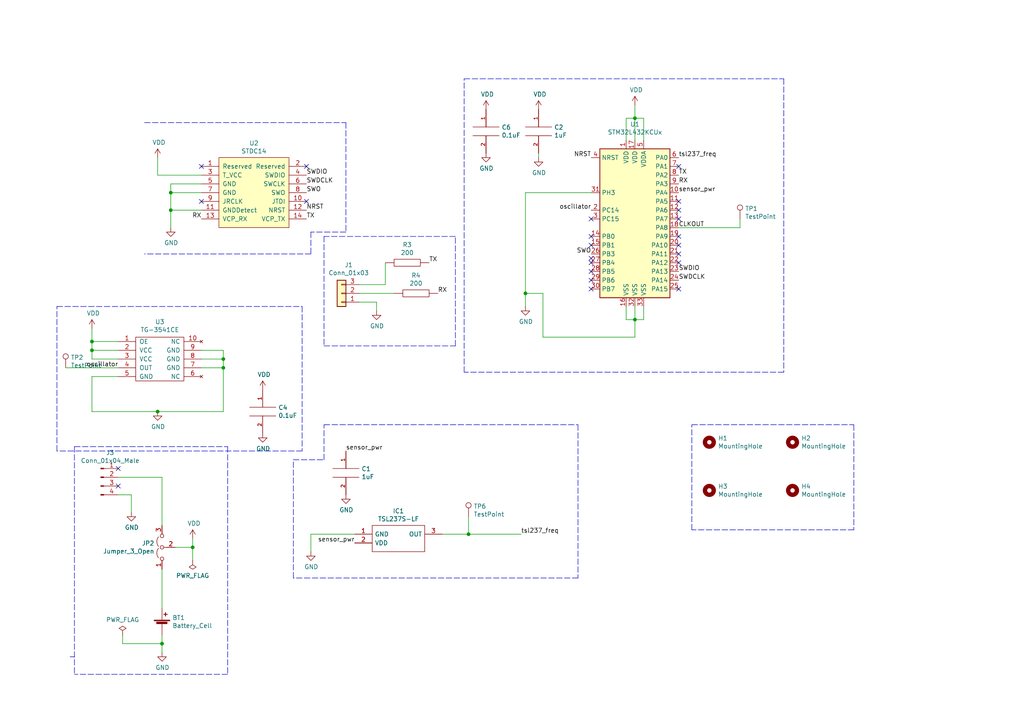
<source format=kicad_sch>
(kicad_sch (version 20211123) (generator eeschema)
  (paper "A4")
  (lib_symbols
    (symbol "Connector:Conn_01x04_Male" (pin_names (offset 1.016) hide)
      (property "Reference" "J" (at 0 5.08 0))
      (property "Value" "Conn_01x04_Male" (at 0 -7.62 0))
      (symbol "Conn_01x04_Male_1_1"
        (polyline (pts (xy 1.27 -5.08) (xy 0.8636 -5.08)) (stroke (width 0.1524)))
        (polyline (pts (xy 1.27 -2.54) (xy 0.8636 -2.54)) (stroke (width 0.1524)))
        (polyline (pts (xy 1.27 0) (xy 0.8636 0)) (stroke (width 0.1524)))
        (polyline (pts (xy 1.27 2.54) (xy 0.8636 2.54)) (stroke (width 0.1524)))
        (rectangle (start 0.8636 -4.953) (end 0 -5.207) (stroke (width 0.1524)) (fill (type outline)))
        (rectangle (start 0.8636 -2.413) (end 0 -2.667) (stroke (width 0.1524)) (fill (type outline)))
        (rectangle (start 0.8636 0.127) (end 0 -0.127) (stroke (width 0.1524)) (fill (type outline)))
        (rectangle (start 0.8636 2.667) (end 0 2.413) (stroke (width 0.1524)) (fill (type outline)))
        (pin passive line (at 5.08 2.54 180) (length 3.81) (name "Pin_1") (number "1"))
        (pin passive line (at 5.08 0 180) (length 3.81) (name "Pin_2") (number "2"))
        (pin passive line (at 5.08 -2.54 180) (length 3.81) (name "Pin_3") (number "3"))
        (pin passive line (at 5.08 -5.08 180) (length 3.81) (name "Pin_4") (number "4"))
      )
    )
    (symbol "Connector:TestPoint" (pin_numbers hide) (pin_names (offset 0.762) hide)
      (property "Reference" "TP" (at 0 6.858 0))
      (property "Value" "TestPoint" (at 0 5.08 0))
      (symbol "TestPoint_0_1"
        (circle (center 0 3.302) (radius 0.762))
      )
      (symbol "TestPoint_1_1"
        (pin passive line (at 0 0 90) (length 2.54) (name "1") (number "1"))
      )
    )
    (symbol "Connector_Generic:Conn_01x03" (pin_names (offset 1.016) hide)
      (property "Reference" "J" (at 0 5.08 0))
      (property "Value" "Conn_01x03" (at 0 -5.08 0))
      (symbol "Conn_01x03_1_1"
        (rectangle (start -1.27 -2.413) (end 0 -2.667) (stroke (width 0.1524)))
        (rectangle (start -1.27 0.127) (end 0 -0.127) (stroke (width 0.1524)))
        (rectangle (start -1.27 2.667) (end 0 2.413) (stroke (width 0.1524)))
        (rectangle (start -1.27 3.81) (end 1.27 -3.81) (stroke (width 0.254)) (fill (type background)))
        (pin passive line (at -5.08 2.54 0) (length 3.81) (name "Pin_1") (number "1"))
        (pin passive line (at -5.08 0 0) (length 3.81) (name "Pin_2") (number "2"))
        (pin passive line (at -5.08 -2.54 0) (length 3.81) (name "Pin_3") (number "3"))
      )
    )
    (symbol "Device:Battery_Cell" (pin_numbers hide) (pin_names (offset 0) hide)
      (property "Reference" "BT" (at 2.54 2.54 0))
      (property "Value" "Battery_Cell" (at 2.54 0 0))
      (symbol "Battery_Cell_0_1"
        (rectangle (start -2.286 1.778) (end 2.286 1.524) (fill (type outline)))
        (rectangle (start -1.5748 1.1938) (end 1.4732 0.6858) (fill (type outline)))
        (polyline (pts (xy 0 0.762) (xy 0 0)))
        (polyline (pts (xy 0 1.778) (xy 0 2.54)))
        (polyline (pts (xy 0.508 3.429) (xy 1.524 3.429)) (stroke (width 0.254)))
        (polyline (pts (xy 1.016 3.937) (xy 1.016 2.921)) (stroke (width 0.254)))
      )
      (symbol "Battery_Cell_1_1"
        (pin passive line (at 0 5.08 270) (length 2.54) (name "+") (number "1"))
        (pin passive line (at 0 -2.54 90) (length 2.54) (name "-") (number "2"))
      )
    )
    (symbol "Light_Sensor_schematic-rescue:Jumper_3_Open-Jumper" (pin_names (offset 0) hide)
      (property "Reference" "JP" (at -2.54 -2.54 0))
      (property "Value" "Jumper_3_Open-Jumper" (at 0 2.794 0))
      (symbol "Jumper_3_Open-Jumper_0_0"
        (circle (center -3.302 0) (radius 0.508))
        (circle (center 0 0) (radius 0.508))
        (circle (center 3.302 0) (radius 0.508))
      )
      (symbol "Jumper_3_Open-Jumper_0_1"
        (arc (start -0.254 1.016) (mid -1.651 1.4992) (end -3.048 1.016))
        (polyline (pts (xy 0 -0.508) (xy 0 -1.27)))
        (arc (start 3.048 1.016) (mid 1.651 1.4992) (end 0.254 1.016))
      )
      (symbol "Jumper_3_Open-Jumper_1_1"
        (pin passive line (at -6.35 0 0) (length 2.54) (name "A") (number "1"))
        (pin input line (at 0 -3.81 90) (length 2.54) (name "C") (number "2"))
        (pin passive line (at 6.35 0 180) (length 2.54) (name "B") (number "3"))
      )
    )
    (symbol "MCU_ST_STM32L4:STM32L432KCUx"
      (property "Reference" "U" (at -10.16 21.59 0))
      (property "Value" "STM32L432KCUx" (at 5.08 21.59 0))
      (symbol "STM32L432KCUx_0_1"
        (rectangle (start -10.16 -22.86) (end 10.16 20.32) (stroke (width 0.254)) (fill (type background)))
      )
      (symbol "STM32L432KCUx_1_1"
        (pin power_in line (at -2.54 22.86 270) (length 2.54) (name "VDD") (number "1"))
        (pin bidirectional line (at 12.7 7.62 180) (length 2.54) (name "PA4") (number "10"))
        (pin bidirectional line (at 12.7 5.08 180) (length 2.54) (name "PA5") (number "11"))
        (pin bidirectional line (at 12.7 2.54 180) (length 2.54) (name "PA6") (number "12"))
        (pin bidirectional line (at 12.7 0 180) (length 2.54) (name "PA7") (number "13"))
        (pin bidirectional line (at -12.7 -5.08 0) (length 2.54) (name "PB0") (number "14"))
        (pin bidirectional line (at -12.7 -7.62 0) (length 2.54) (name "PB1") (number "15"))
        (pin power_in line (at -2.54 -25.4 90) (length 2.54) (name "VSS") (number "16"))
        (pin power_in line (at 0 22.86 270) (length 2.54) (name "VDD") (number "17"))
        (pin bidirectional line (at 12.7 -2.54 180) (length 2.54) (name "PA8") (number "18"))
        (pin bidirectional line (at 12.7 -5.08 180) (length 2.54) (name "PA9") (number "19"))
        (pin bidirectional line (at -12.7 2.54 0) (length 2.54) (name "PC14") (number "2"))
        (pin bidirectional line (at 12.7 -7.62 180) (length 2.54) (name "PA10") (number "20"))
        (pin bidirectional line (at 12.7 -10.16 180) (length 2.54) (name "PA11") (number "21"))
        (pin bidirectional line (at 12.7 -12.7 180) (length 2.54) (name "PA12") (number "22"))
        (pin bidirectional line (at 12.7 -15.24 180) (length 2.54) (name "PA13") (number "23"))
        (pin bidirectional line (at 12.7 -17.78 180) (length 2.54) (name "PA14") (number "24"))
        (pin bidirectional line (at 12.7 -20.32 180) (length 2.54) (name "PA15") (number "25"))
        (pin bidirectional line (at -12.7 -10.16 0) (length 2.54) (name "PB3") (number "26"))
        (pin bidirectional line (at -12.7 -12.7 0) (length 2.54) (name "PB4") (number "27"))
        (pin bidirectional line (at -12.7 -15.24 0) (length 2.54) (name "PB5") (number "28"))
        (pin bidirectional line (at -12.7 -17.78 0) (length 2.54) (name "PB6") (number "29"))
        (pin bidirectional line (at -12.7 0 0) (length 2.54) (name "PC15") (number "3"))
        (pin bidirectional line (at -12.7 -20.32 0) (length 2.54) (name "PB7") (number "30"))
        (pin bidirectional line (at -12.7 7.62 0) (length 2.54) (name "PH3") (number "31"))
        (pin power_in line (at 0 -25.4 90) (length 2.54) (name "VSS") (number "32"))
        (pin power_in line (at 2.54 -25.4 90) (length 2.54) (name "VSS") (number "33"))
        (pin input line (at -12.7 17.78 0) (length 2.54) (name "NRST") (number "4"))
        (pin power_in line (at 2.54 22.86 270) (length 2.54) (name "VDDA") (number "5"))
        (pin bidirectional line (at 12.7 17.78 180) (length 2.54) (name "PA0") (number "6"))
        (pin bidirectional line (at 12.7 15.24 180) (length 2.54) (name "PA1") (number "7"))
        (pin bidirectional line (at 12.7 12.7 180) (length 2.54) (name "PA2") (number "8"))
        (pin bidirectional line (at 12.7 10.16 180) (length 2.54) (name "PA3") (number "9"))
      )
    )
    (symbol "Mechanical:MountingHole" (pin_names (offset 1.016))
      (property "Reference" "H" (at 0 5.08 0))
      (property "Value" "MountingHole" (at 0 3.175 0))
      (symbol "MountingHole_0_1"
        (circle (center 0 0) (radius 1.27) (stroke (width 1.27)))
      )
    )
    (symbol "e314_lib:STDC14" (pin_names (offset 1.016))
      (property "Reference" "U" (at -1.27 5.08 0))
      (property "Value" "e314_lib_STDC14" (at 0 2.54 0))
      (symbol "STDC14_0_0"
        (pin bidirectional line (at -15.24 -1.27 0) (length 5.08) (name "Reserved") (number "1"))
        (pin bidirectional line (at 15.24 -11.43 180) (length 5.08) (name "JTDI") (number "10"))
        (pin power_in line (at -15.24 -13.97 0) (length 5.08) (name "GNDDetect") (number "11"))
        (pin bidirectional line (at 15.24 -13.97 180) (length 5.08) (name "NRST") (number "12"))
        (pin bidirectional line (at -15.24 -16.51 0) (length 5.08) (name "VCP_RX") (number "13"))
        (pin bidirectional line (at 15.24 -16.51 180) (length 5.08) (name "VCP_TX") (number "14"))
        (pin bidirectional line (at 15.24 -1.27 180) (length 5.08) (name "Reserved") (number "2"))
        (pin bidirectional line (at -15.24 -3.81 0) (length 5.08) (name "T_VCC") (number "3"))
        (pin bidirectional line (at 15.24 -3.81 180) (length 5.08) (name "SWDIO") (number "4"))
        (pin power_out line (at -15.24 -6.35 0) (length 5.08) (name "GND") (number "5"))
        (pin bidirectional line (at 15.24 -6.35 180) (length 5.08) (name "SWCLK") (number "6"))
        (pin power_out line (at -15.24 -8.89 0) (length 5.08) (name "GND") (number "7"))
        (pin bidirectional line (at 15.24 -8.89 180) (length 5.08) (name "SWO") (number "8"))
        (pin bidirectional line (at -15.24 -11.43 0) (length 5.08) (name "JRCLK") (number "9"))
      )
      (symbol "STDC14_0_1"
        (rectangle (start -10.16 1.27) (end 10.16 -19.05) (fill (type background)))
      )
    )
    (symbol "e314_lib:TG-3541CE" (pin_names (offset 1.016))
      (property "Reference" "U" (at -7.62 10.16 0))
      (property "Value" "e314_lib_TG-3541CE" (at -2.54 7.62 0))
      (symbol "TG-3541CE_0_1"
        (rectangle (start -7.62 6.35) (end 6.35 -6.35))
      )
      (symbol "TG-3541CE_1_1"
        (pin input line (at -12.7 5.08 0) (length 5.08) (name "OE") (number "1"))
        (pin no_connect line (at 11.43 5.08 180) (length 5.08) (name "NC") (number "10"))
        (pin power_in line (at -12.7 2.54 0) (length 5.08) (name "VCC") (number "2"))
        (pin power_in line (at -12.7 0 0) (length 5.08) (name "VCC") (number "3"))
        (pin output line (at -12.7 -2.54 0) (length 5.08) (name "OUT") (number "4"))
        (pin power_in line (at -12.7 -5.08 0) (length 5.08) (name "GND") (number "5"))
        (pin no_connect line (at 11.43 -5.08 180) (length 5.08) (name "NC") (number "6"))
        (pin power_in line (at 11.43 -2.54 180) (length 5.08) (name "GND") (number "7"))
        (pin power_in line (at 11.43 0 180) (length 5.08) (name "GND") (number "8"))
        (pin power_in line (at 11.43 2.54 180) (length 5.08) (name "GND") (number "9"))
      )
    )
    (symbol "e314_lib:TSL237S-LF" (pin_names (offset 0.762))
      (property "Reference" "IC" (at 21.59 7.62 0))
      (property "Value" "e314_lib_TSL237S-LF" (at 21.59 5.08 0))
      (symbol "TSL237S-LF_0_0"
        (pin power_in line (at 0 0 0) (length 5.08) (name "GND") (number "1"))
        (pin power_in line (at 0 -2.54 0) (length 5.08) (name "VDD") (number "2"))
        (pin bidirectional line (at 25.4 0 180) (length 5.08) (name "OUT") (number "3"))
      )
      (symbol "TSL237S-LF_0_1"
        (polyline (pts (xy 5.08 2.54) (xy 20.32 2.54) (xy 20.32 -5.08) (xy 5.08 -5.08) (xy 5.08 2.54)) (stroke (width 0.1524)))
      )
    )
    (symbol "power:GND" (power) (pin_names (offset 0))
      (property "Value" "GND" (at 0 -3.81 0))
      (symbol "GND_0_1"
        (polyline (pts (xy 0 0) (xy 0 -1.27) (xy 1.27 -1.27) (xy 0 -2.54) (xy -1.27 -1.27) (xy 0 -1.27)))
      )
      (symbol "GND_1_1"
        (pin power_in line (at 0 0 270) (length 0) hide (name "GND") (number "1"))
      )
    )
    (symbol "power:PWR_FLAG" (power) (pin_numbers hide) (pin_names (offset 0) hide)
      (property "Value" "PWR_FLAG" (at 0 3.81 0))
      (symbol "PWR_FLAG_0_0"
        (pin power_out line (at 0 0 90) (length 0) (name "pwr") (number "1"))
      )
      (symbol "PWR_FLAG_0_1"
        (polyline (pts (xy 0 0) (xy 0 1.27) (xy -1.016 1.905) (xy 0 2.54) (xy 1.016 1.905) (xy 0 1.27)))
      )
    )
    (symbol "power:VDD" (power) (pin_names (offset 0))
      (property "Value" "VDD" (at 0 3.81 0))
      (symbol "VDD_0_1"
        (polyline (pts (xy -0.762 1.27) (xy 0 2.54)))
        (polyline (pts (xy 0 0) (xy 0 2.54)))
        (polyline (pts (xy 0 2.54) (xy 0.762 1.27)))
      )
      (symbol "VDD_1_1"
        (pin power_in line (at 0 0 90) (length 0) hide (name "VDD") (number "1"))
      )
    )
    (symbol "pspice:CAP" (pin_names (offset 0.254))
      (property "Reference" "C" (at 2.54 3.81 90))
      (property "Value" "CAP" (at 2.54 -3.81 90))
      (symbol "CAP_0_1"
        (polyline (pts (xy -3.81 -1.27) (xy 3.81 -1.27)))
        (polyline (pts (xy -3.81 1.27) (xy 3.81 1.27)))
      )
      (symbol "CAP_1_1"
        (pin passive line (at 0 6.35 270) (length 5.08) (name "~") (number "1"))
        (pin passive line (at 0 -6.35 90) (length 5.08) (name "~") (number "2"))
      )
    )
    (symbol "pspice:R" (pin_numbers hide) (pin_names (offset 0))
      (property "Reference" "R" (at 2.032 0 90))
      (property "Value" "R" (at 0 0 90))
      (symbol "R_0_1"
        (rectangle (start -1.016 3.81) (end 1.016 -3.81))
      )
      (symbol "R_1_1"
        (pin passive line (at 0 6.35 270) (length 2.54) (name "~") (number "1"))
        (pin passive line (at 0 -6.35 90) (length 2.54) (name "~") (number "2"))
      )
    )
  )
  (junction (at 152.4 85.09))
  (junction (at 26.67 101.6))
  (junction (at 64.77 106.68))
  (junction (at 46.99 186.69))
  (junction (at 55.88 158.75))
  (junction (at 64.77 104.14))
  (junction (at 184.15 92.71))
  (junction (at 49.53 55.88))
  (junction (at 45.72 119.38))
  (junction (at 26.67 99.06))
  (junction (at 49.53 60.96))
  (junction (at 184.15 34.29))
  (junction (at 135.89 154.94))
  (no_connect (at 196.85 83.82))
  (no_connect (at 171.45 81.28))
  (no_connect (at 88.9 48.26))
  (no_connect (at 196.85 58.42))
  (no_connect (at 171.45 78.74))
  (no_connect (at 196.85 63.5))
  (no_connect (at 171.45 63.5))
  (no_connect (at 196.85 71.12))
  (no_connect (at 88.9 58.42))
  (no_connect (at 196.85 76.2))
  (no_connect (at 34.29 135.89))
  (no_connect (at 171.45 71.12))
  (no_connect (at 171.45 76.2))
  (no_connect (at 58.42 48.26))
  (no_connect (at 196.85 68.58))
  (no_connect (at 171.45 68.58))
  (no_connect (at 58.42 58.42))
  (no_connect (at 34.29 140.97))
  (no_connect (at 196.85 73.66))
  (no_connect (at 196.85 60.96))
  (no_connect (at 196.85 48.26))
  (no_connect (at 171.45 83.82))
  (no_connect (at 171.45 74.93))
  (wire (pts (xy 181.61 34.29) (xy 181.61 40.64)))
  (wire (pts (xy 196.85 66.04) (xy 214.63 66.04)))
  (polyline (pts (xy 100.33 67.31) (xy 90.17 67.31)))
  (wire (pts (xy 55.88 158.75) (xy 55.88 156.21)))
  (polyline (pts (xy 227.33 22.86) (xy 227.33 107.95)))
  (wire (pts (xy 49.53 60.96) (xy 49.53 66.04)))
  (polyline (pts (xy 100.33 35.56) (xy 100.33 67.31)))
  (wire (pts (xy 46.99 186.69) (xy 46.99 189.23)))
  (wire (pts (xy 55.88 158.75) (xy 55.88 162.56)))
  (polyline (pts (xy 93.98 123.19) (xy 167.64 123.19)))
  (polyline (pts (xy 132.08 100.33) (xy 132.08 68.58)))
  (wire (pts (xy 102.87 154.94) (xy 90.17 154.94)))
  (wire (pts (xy 186.69 34.29) (xy 184.15 34.29)))
  (wire (pts (xy 64.77 101.6) (xy 58.42 101.6)))
  (polyline (pts (xy 93.98 68.58) (xy 93.98 100.33)))
  (wire (pts (xy 58.42 53.34) (xy 49.53 53.34)))
  (polyline (pts (xy 90.17 73.66) (xy 41.91 73.66)))
  (wire (pts (xy 34.29 143.51) (xy 38.1 143.51)))
  (wire (pts (xy 49.53 53.34) (xy 49.53 55.88)))
  (wire (pts (xy 184.15 34.29) (xy 181.61 34.29)))
  (polyline (pts (xy 87.63 130.81) (xy 16.51 130.81)))
  (wire (pts (xy 34.29 101.6) (xy 26.67 101.6)))
  (wire (pts (xy 26.67 104.14) (xy 34.29 104.14)))
  (wire (pts (xy 135.89 154.94) (xy 151.13 154.94)))
  (polyline (pts (xy 247.65 153.67) (xy 200.66 153.67)))
  (polyline (pts (xy 134.62 107.95) (xy 134.62 22.86)))
  (wire (pts (xy 50.8 158.75) (xy 55.88 158.75)))
  (polyline (pts (xy 85.09 167.64) (xy 85.09 133.35)))
  (polyline (pts (xy 132.08 68.58) (xy 93.98 68.58)))
  (wire (pts (xy 26.67 95.25) (xy 26.67 99.06)))
  (polyline (pts (xy 134.62 22.86) (xy 227.33 22.86)))
  (wire (pts (xy 26.67 119.38) (xy 45.72 119.38)))
  (wire (pts (xy 49.53 55.88) (xy 49.53 60.96)))
  (wire (pts (xy 35.56 186.69) (xy 46.99 186.69)))
  (polyline (pts (xy 90.17 67.31) (xy 90.17 73.66)))
  (wire (pts (xy 64.77 104.14) (xy 64.77 101.6)))
  (wire (pts (xy 181.61 92.71) (xy 184.15 92.71)))
  (polyline (pts (xy 41.91 35.56) (xy 100.33 35.56)))
  (polyline (pts (xy 93.98 133.35) (xy 93.98 123.19)))
  (polyline (pts (xy 87.63 88.9) (xy 87.63 130.81)))
  (wire (pts (xy 214.63 66.04) (xy 214.63 63.5)))
  (wire (pts (xy 128.27 154.94) (xy 135.89 154.94)))
  (wire (pts (xy 104.14 82.55) (xy 111.76 82.55)))
  (wire (pts (xy 184.15 92.71) (xy 184.15 97.79)))
  (wire (pts (xy 58.42 60.96) (xy 49.53 60.96)))
  (wire (pts (xy 152.4 55.88) (xy 152.4 85.09)))
  (wire (pts (xy 46.99 138.43) (xy 46.99 152.4)))
  (wire (pts (xy 46.99 165.1) (xy 46.99 176.53)))
  (polyline (pts (xy 200.66 123.19) (xy 247.65 123.19)))
  (wire (pts (xy 34.29 106.68) (xy 19.05 106.68)))
  (polyline (pts (xy 167.64 167.64) (xy 85.09 167.64)))
  (polyline (pts (xy 167.64 123.19) (xy 167.64 167.64)))
  (wire (pts (xy 35.56 184.15) (xy 35.56 186.69)))
  (wire (pts (xy 26.67 109.22) (xy 26.67 119.38)))
  (wire (pts (xy 181.61 88.9) (xy 181.61 92.71)))
  (wire (pts (xy 64.77 119.38) (xy 64.77 106.68)))
  (polyline (pts (xy 93.98 100.33) (xy 132.08 100.33)))
  (polyline (pts (xy 227.33 107.95) (xy 134.62 107.95)))
  (polyline (pts (xy 16.51 88.9) (xy 87.63 88.9)))
  (wire (pts (xy 186.69 40.64) (xy 186.69 34.29)))
  (wire (pts (xy 184.15 92.71) (xy 186.69 92.71)))
  (polyline (pts (xy 85.09 133.35) (xy 93.98 133.35)))
  (wire (pts (xy 135.89 149.86) (xy 135.89 154.94)))
  (wire (pts (xy 45.72 50.8) (xy 45.72 45.72)))
  (wire (pts (xy 156.21 44.45) (xy 156.21 45.72)))
  (wire (pts (xy 152.4 85.09) (xy 152.4 88.9)))
  (wire (pts (xy 58.42 106.68) (xy 64.77 106.68)))
  (wire (pts (xy 186.69 92.71) (xy 186.69 88.9)))
  (polyline (pts (xy 200.66 153.67) (xy 200.66 123.19)))
  (wire (pts (xy 157.48 85.09) (xy 152.4 85.09)))
  (wire (pts (xy 90.17 154.94) (xy 90.17 160.02)))
  (wire (pts (xy 34.29 138.43) (xy 46.99 138.43)))
  (wire (pts (xy 64.77 106.68) (xy 64.77 104.14)))
  (polyline (pts (xy 16.51 130.81) (xy 16.51 88.9)))
  (wire (pts (xy 184.15 97.79) (xy 157.48 97.79)))
  (wire (pts (xy 26.67 99.06) (xy 26.67 101.6)))
  (wire (pts (xy 58.42 104.14) (xy 64.77 104.14)))
  (polyline (pts (xy 66.04 129.54) (xy 66.04 195.58)))
  (wire (pts (xy 111.76 76.2) (xy 111.76 82.55)))
  (polyline (pts (xy 66.04 195.58) (xy 21.59 195.58)))
  (wire (pts (xy 171.45 55.88) (xy 152.4 55.88)))
  (wire (pts (xy 26.67 99.06) (xy 34.29 99.06)))
  (polyline (pts (xy 21.59 129.54) (xy 21.59 195.58)))
  (wire (pts (xy 184.15 88.9) (xy 184.15 92.71)))
  (wire (pts (xy 46.99 184.15) (xy 46.99 186.69)))
  (wire (pts (xy 157.48 97.79) (xy 157.48 85.09)))
  (polyline (pts (xy 21.59 129.54) (xy 66.04 129.54)))
  (wire (pts (xy 109.22 87.63) (xy 109.22 90.17)))
  (wire (pts (xy 104.14 87.63) (xy 109.22 87.63)))
  (wire (pts (xy 45.72 119.38) (xy 64.77 119.38)))
  (wire (pts (xy 184.15 40.64) (xy 184.15 34.29)))
  (wire (pts (xy 34.29 109.22) (xy 26.67 109.22)))
  (wire (pts (xy 58.42 55.88) (xy 49.53 55.88)))
  (polyline (pts (xy 21.59 190.5) (xy 20.32 190.5)))
  (wire (pts (xy 104.14 85.09) (xy 114.3 85.09)))
  (wire (pts (xy 26.67 101.6) (xy 26.67 104.14)))
  (wire (pts (xy 184.15 34.29) (xy 184.15 30.48)))
  (wire (pts (xy 38.1 143.51) (xy 38.1 148.59)))
  (wire (pts (xy 58.42 50.8) (xy 45.72 50.8)))
  (polyline (pts (xy 247.65 123.19) (xy 247.65 153.67)))
  (label "SWO" (at 88.9 55.88 0))
  (label "RX" (at 196.85 53.34 0))
  (label "tsl237_freq" (at 151.13 154.94 0))
  (label "sensor_pwr" (at 196.85 55.88 0))
  (label "RX" (at 127 85.09 0))
  (label "SWDCLK" (at 196.85 81.28 0))
  (label "TX" (at 88.9 63.5 0))
  (label "SWDCLK" (at 88.9 53.34 0))
  (label "SWDIO" (at 88.9 50.8 0))
  (label "NRST" (at 171.45 45.72 180))
  (label "sensor_pwr" (at 100.33 130.81 0))
  (label "RX" (at 58.42 63.5 180))
  (label "SWDIO" (at 196.85 78.74 0))
  (label "TX" (at 124.46 76.2 0))
  (label "oscillator" (at 34.29 106.68 180))
  (label "SWO" (at 171.45 73.66 180))
  (label "CLKOUT" (at 196.85 66.04 0))
  (label "TX" (at 196.85 50.8 0))
  (label "tsl237_freq" (at 196.85 45.72 0))
  (label "sensor_pwr" (at 102.87 157.48 180))
  (label "NRST" (at 88.9 60.96 0))
  (label "oscillator" (at 171.45 60.96 180))
  (symbol (lib_id "MCU_ST_STM32L4:STM32L432KCUx") (at 184.15 63.5 0) (unit 1)
    (property "Reference" "U1" (at 184.15 36.0426 0))
    (property "Value" "STM32L432KCUx" (at 184.15 38.354 0))
    (property "Footprint" "Package_DFN_QFN:QFN-32-1EP_5x5mm_P0.5mm_EP3.45x3.45mm" (effects hide))
    (property "Datasheet" "http://www.st.com/st-web-ui/static/active/en/resource/technical/document/datasheet/DM00257205.pdf" (effects hide))
  )
  (symbol (lib_id "pspice:CAP") (at 140.97 38.1 0) (unit 1)
    (property "Reference" "C6" (at 145.4912 36.9316 0) (effects (justify left)))
    (property "Value" "0.1uF" (at 145.4912 39.243 0) (effects (justify left)))
    (property "Footprint" "Capacitor_SMD:C_0603_1608Metric_Pad1.08x0.95mm_HandSolder" (effects hide))
  )
  (symbol (lib_id "pspice:CAP") (at 156.21 38.1 0) (unit 1)
    (property "Reference" "C2" (at 160.7312 36.9316 0) (effects (justify left)))
    (property "Value" "1uF" (at 160.7312 39.243 0) (effects (justify left)))
    (property "Footprint" "Capacitor_SMD:C_0603_1608Metric_Pad1.08x0.95mm_HandSolder" (effects hide))
  )
  (symbol (lib_id "power:GND") (at 140.97 44.45 0) (unit 1)
    (property "Reference" "#PWR0101" (effects hide))
    (property "Value" "GND" (at 141.097 48.8442 0))
  )
  (symbol (lib_id "power:GND") (at 156.21 45.72 0) (unit 1)
    (property "Reference" "#PWR0102" (effects hide))
    (property "Value" "GND" (at 156.337 50.1142 0))
  )
  (symbol (lib_id "power:VDD") (at 184.15 30.48 0) (unit 1)
    (property "Reference" "#PWR0104" (effects hide))
    (property "Value" "VDD" (at 184.531 26.0858 0))
  )
  (symbol (lib_id "power:VDD") (at 156.21 31.75 0) (unit 1)
    (property "Reference" "#PWR0105" (effects hide))
    (property "Value" "VDD" (at 156.591 27.3558 0))
  )
  (symbol (lib_id "power:VDD") (at 140.97 31.75 0) (unit 1)
    (property "Reference" "#PWR0106" (effects hide))
    (property "Value" "VDD" (at 141.351 27.3558 0))
  )
  (symbol (lib_id "Connector:TestPoint") (at 214.63 63.5 0) (unit 1)
    (property "Reference" "TP1" (at 216.1032 60.5028 0) (effects (justify left)))
    (property "Value" "TestPoint" (at 216.1032 62.8142 0) (effects (justify left)))
    (property "Footprint" "TestPoint:TestPoint_Pad_D1.5mm" (effects hide))
  )
  (symbol (lib_id "e314_lib:STDC14") (at 73.66 46.99 0) (unit 1)
    (property "Reference" "U2" (at 73.66 41.529 0))
    (property "Value" "STDC14" (at 73.66 43.8404 0))
    (property "Footprint" "e314:ftsh_14p_connector" (effects hide))
  )
  (symbol (lib_id "e314_lib:TG-3541CE") (at 46.99 104.14 0) (unit 1)
    (property "Reference" "U3" (at 46.355 93.345 0))
    (property "Value" "TG-3541CE" (at 46.355 95.6564 0))
    (property "Footprint" "e314:TG-3541CE" (effects hide))
  )
  (symbol (lib_id "power:GND") (at 45.72 119.38 0) (unit 1)
    (property "Reference" "#PWR0109" (effects hide))
    (property "Value" "GND" (at 45.847 123.7742 0))
  )
  (symbol (lib_id "power:GND") (at 76.2 125.73 0) (unit 1)
    (property "Reference" "#PWR0110" (effects hide))
    (property "Value" "GND" (at 76.327 130.1242 0))
  )
  (symbol (lib_id "power:VDD") (at 76.2 113.03 0) (unit 1)
    (property "Reference" "#PWR0111" (effects hide))
    (property "Value" "VDD" (at 76.581 108.6358 0))
  )
  (symbol (lib_id "power:VDD") (at 26.67 95.25 0) (unit 1)
    (property "Reference" "#PWR0112" (effects hide))
    (property "Value" "VDD" (at 27.051 90.8558 0))
  )
  (symbol (lib_id "Connector:TestPoint") (at 19.05 106.68 0) (unit 1)
    (property "Reference" "TP2" (at 20.5232 103.6828 0) (effects (justify left)))
    (property "Value" "TestPoint" (at 20.5232 105.9942 0) (effects (justify left)))
    (property "Footprint" "TestPoint:TestPoint_Pad_D1.5mm" (effects hide))
  )
  (symbol (lib_id "pspice:CAP") (at 76.2 119.38 0) (unit 1)
    (property "Reference" "C4" (at 80.7212 118.2116 0) (effects (justify left)))
    (property "Value" "0.1uF" (at 80.7212 120.523 0) (effects (justify left)))
    (property "Footprint" "Capacitor_SMD:C_0603_1608Metric_Pad1.08x0.95mm_HandSolder" (effects hide))
  )
  (symbol (lib_id "Connector:Conn_01x04_Male") (at 29.21 138.43 0) (unit 1)
    (property "Reference" "J3" (at 31.9532 131.2926 0))
    (property "Value" "Conn_01x04_Male" (at 31.9532 133.604 0))
    (property "Footprint" "Connector_JST:JST_XH_B4B-XH-AM_1x04_P2.50mm_Vertical" (effects hide))
  )
  (symbol (lib_id "Light_Sensor_schematic-rescue:Jumper_3_Open-Jumper") (at 46.99 158.75 90) (unit 1)
    (property "Reference" "JP2" (at 44.7802 157.5816 90) (effects (justify left)))
    (property "Value" "Jumper_3_Open" (at 44.7802 159.893 90) (effects (justify left)))
    (property "Footprint" "Jumper:SolderJumper-3_P1.3mm_Open_RoundedPad1.0x1.5mm" (effects hide))
  )
  (symbol (lib_id "Device:Battery_Cell") (at 46.99 181.61 0) (unit 1)
    (property "Reference" "BT1" (at 49.9872 179.1716 0) (effects (justify left)))
    (property "Value" "Battery_Cell" (at 49.9872 181.483 0) (effects (justify left)))
    (property "Footprint" "Battery:BatteryHolder_Keystone_1060_1x2032" (effects hide))
  )
  (symbol (lib_id "power:GND") (at 38.1 148.59 0) (unit 1)
    (property "Reference" "#PWR0114" (effects hide))
    (property "Value" "GND" (at 38.227 152.9842 0))
  )
  (symbol (lib_id "power:PWR_FLAG") (at 55.88 162.56 180) (unit 1)
    (property "Reference" "#FLG0101" (effects hide))
    (property "Value" "PWR_FLAG" (at 55.88 166.9542 0))
  )
  (symbol (lib_id "power:PWR_FLAG") (at 35.56 184.15 0) (unit 1)
    (property "Reference" "#FLG0102" (effects hide))
    (property "Value" "PWR_FLAG" (at 35.56 179.7558 0))
  )
  (symbol (lib_id "e314_lib:TSL237S-LF") (at 102.87 154.94 0) (unit 1)
    (property "Reference" "IC1" (at 115.57 148.209 0))
    (property "Value" "TSL237S-LF" (at 115.57 150.5204 0))
    (property "Footprint" "e314:TSL237S-LF" (effects hide))
    (property "Datasheet" "https://componentsearchengine.com/Datasheets/1/TSL237S-LF.pdf" (effects hide))
    (property "Description" "Light To Frequency & Light To Voltage Light to Frequency High Responsivity" (effects hide))
    (property "Mouser Part Number" "856-TSL237S-LF" (effects hide))
    (property "Mouser Price/Stock" "https://www.mouser.com/Search/Refine.aspx?Keyword=856-TSL237S-LF" (effects hide))
    (property "Manufacturer_Name" "ams" (effects hide))
    (property "Manufacturer_Part_Number" "TSL237S-LF" (effects hide))
  )
  (symbol (lib_id "Connector:TestPoint") (at 135.89 149.86 0) (unit 1)
    (property "Reference" "TP6" (at 137.3632 146.8628 0) (effects (justify left)))
    (property "Value" "TestPoint" (at 137.3632 149.1742 0) (effects (justify left)))
    (property "Footprint" "TestPoint:TestPoint_Pad_D1.5mm" (effects hide))
  )
  (symbol (lib_id "power:GND") (at 90.17 160.02 0) (unit 1)
    (property "Reference" "#PWR0116" (effects hide))
    (property "Value" "GND" (at 90.297 164.4142 0))
  )
  (symbol (lib_id "power:GND") (at 100.33 143.51 0) (unit 1)
    (property "Reference" "#PWR0117" (effects hide))
    (property "Value" "GND" (at 100.457 147.9042 0))
  )
  (symbol (lib_id "pspice:CAP") (at 100.33 137.16 0) (unit 1)
    (property "Reference" "C1" (at 104.8512 135.9916 0) (effects (justify left)))
    (property "Value" "1uF" (at 104.8512 138.303 0) (effects (justify left)))
    (property "Footprint" "Capacitor_SMD:C_0603_1608Metric_Pad1.08x0.95mm_HandSolder" (effects hide))
  )
  (symbol (lib_id "Connector_Generic:Conn_01x03") (at 99.06 85.09 180) (unit 1)
    (property "Reference" "J1" (at 101.1428 76.835 0))
    (property "Value" "Conn_01x03" (at 101.1428 79.1464 0))
    (property "Footprint" "Connector_JST:JST_XH_B3B-XH-AM_1x03_P2.50mm_Vertical" (effects hide))
  )
  (symbol (lib_id "pspice:R") (at 118.11 76.2 270) (unit 1)
    (property "Reference" "R3" (at 118.11 70.993 90))
    (property "Value" "200" (at 118.11 73.3044 90))
    (property "Footprint" "Resistor_SMD:R_0603_1608Metric_Pad0.98x0.95mm_HandSolder" (effects hide))
  )
  (symbol (lib_id "pspice:R") (at 120.65 85.09 270) (unit 1)
    (property "Reference" "R4" (at 120.65 79.883 90))
    (property "Value" "200" (at 120.65 82.1944 90))
    (property "Footprint" "Resistor_SMD:R_0603_1608Metric_Pad0.98x0.95mm_HandSolder" (effects hide))
  )
  (symbol (lib_id "power:GND") (at 109.22 90.17 0) (unit 1)
    (property "Reference" "#PWR0119" (effects hide))
    (property "Value" "GND" (at 109.347 94.5642 0))
  )
  (symbol (lib_id "Mechanical:MountingHole") (at 205.74 128.27 0) (unit 1)
    (property "Reference" "H1" (at 208.28 127.1016 0) (effects (justify left)))
    (property "Value" "MountingHole" (at 208.28 129.413 0) (effects (justify left)))
    (property "Footprint" "MountingHole:MountingHole_2.2mm_M2_Pad_Via" (effects hide))
  )
  (symbol (lib_id "Mechanical:MountingHole") (at 229.87 128.27 0) (unit 1)
    (property "Reference" "H2" (at 232.41 127.1016 0) (effects (justify left)))
    (property "Value" "MountingHole" (at 232.41 129.413 0) (effects (justify left)))
    (property "Footprint" "MountingHole:MountingHole_2.2mm_M2_Pad_Via" (effects hide))
  )
  (symbol (lib_id "Mechanical:MountingHole") (at 205.74 142.24 0) (unit 1)
    (property "Reference" "H3" (at 208.28 141.0716 0) (effects (justify left)))
    (property "Value" "MountingHole" (at 208.28 143.383 0) (effects (justify left)))
    (property "Footprint" "MountingHole:MountingHole_2.2mm_M2_Pad_Via" (effects hide))
  )
  (symbol (lib_id "Mechanical:MountingHole") (at 229.87 142.24 0) (unit 1)
    (property "Reference" "H4" (at 232.41 141.0716 0) (effects (justify left)))
    (property "Value" "MountingHole" (at 232.41 143.383 0) (effects (justify left)))
    (property "Footprint" "MountingHole:MountingHole_2.2mm_M2_Pad_Via" (effects hide))
  )
  (symbol (lib_id "power:VDD") (at 55.88 156.21 0) (unit 1)
    (property "Reference" "#PWR0107" (effects hide))
    (property "Value" "VDD" (at 56.261 151.8158 0))
  )
  (symbol (lib_id "power:VDD") (at 45.72 45.72 0) (unit 1)
    (property "Reference" "#PWR0115" (effects hide))
    (property "Value" "VDD" (at 46.101 41.3258 0))
  )
  (symbol (lib_id "power:GND") (at 46.99 189.23 0) (unit 1)
    (property "Reference" "#PWR0113" (effects hide))
    (property "Value" "GND" (at 47.117 193.6242 0))
  )
  (symbol (lib_id "power:GND") (at 152.4 88.9 0) (unit 1)
    (property "Reference" "#PWR0103" (effects hide))
    (property "Value" "GND" (at 152.527 93.2942 0))
  )
  (symbol (lib_id "power:GND") (at 49.53 66.04 0) (unit 1)
    (property "Reference" "#PWR0108" (effects hide))
    (property "Value" "GND" (at 49.657 70.4342 0))
  )
)
</source>
